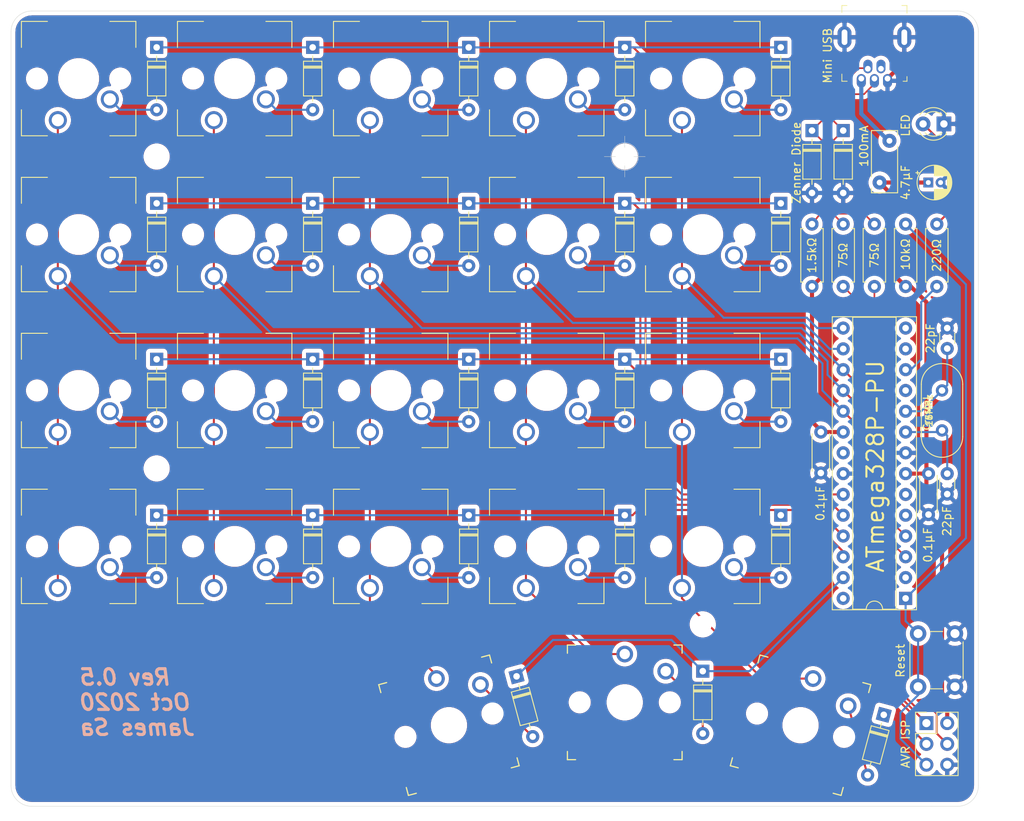
<source format=kicad_pcb>
(kicad_pcb (version 20171130) (host pcbnew "(5.1.7-0-10_14)")
  (title_block (title "Green Circuit") (date 2020-10-13) (rev v0.5) (company "Altered Interface") (comment 1 "James Sa"))
  (layers (0 F.Cu signal) (31 B.Cu signal) (36 B.SilkS user hide) (37 F.SilkS user) (38 B.Mask user) (39 F.Mask user) (44 Edge.Cuts user))
  (net 0 "")
  (net 1 GND)
  (net 2 +5V)
  (net 3 "Net-(D1-Pad2)")
  (net 4 "Net-(D4-Pad2)")
  (net 5 Row0)
  (net 6 "Net-(D5-Pad2)")
  (net 7 Row1)
  (net 8 "Net-(D6-Pad2)")
  (net 9 "Net-(D7-Pad2)")
  (net 10 "Net-(D8-Pad2)")
  (net 11 "Net-(D9-Pad2)")
  (net 12 "Net-(D10-Pad2)")
  (net 13 "Net-(D11-Pad2)")
  (net 14 "Net-(D12-Pad2)")
  (net 15 "Net-(D13-Pad2)")
  (net 16 "Net-(D14-Pad2)")
  (net 17 Row2)
  (net 18 "Net-(D15-Pad2)")
  (net 19 "Net-(D16-Pad2)")
  (net 20 Row4)
  (net 21 "Net-(D17-Pad2)")
  (net 22 "Net-(D18-Pad2)")
  (net 23 "Net-(D19-Pad2)")
  (net 24 "Net-(D20-Pad2)")
  (net 25 "Net-(D21-Pad2)")
  (net 26 "Net-(D22-Pad2)")
  (net 27 "Net-(D23-Pad2)")
  (net 28 "Net-(D26-Pad2)")
  (net 29 Reset)
  (net 30 D+)
  (net 31 D-)
  (net 32 Col0)
  (net 33 Col1)
  (net 34 Col2)
  (net 35 Col3)
  (net 36 Col4)
  (net 37 "Net-(C1-Pad2)")
  (net 38 "Net-(C2-Pad2)")
  (net 39 "Net-(D2-Pad2)")
  (net 40 "Net-(D3-Pad2)")
  (net 41 "Net-(F1-Pad2)")
  (net 42 /DP)
  (net 43 /DN)
  (net 44 Row3)
  (net 45 "Net-(R6-Pad1)")
  (module JSA:AVRISP (layer F.Cu) (at 188.805 145.24)
    (fp_text reference J2 hide)
    (fp_text value "AVR ISP" (at -2.54 2.54 90) (layer F.SilkS))
    (pad 1 thru_hole rect (at 0 0) (size 1.7 1.7) (drill 1) (layers *.Cu *.Mask) (net 33 Col1))
    (pad 2 thru_hole oval (at 2.54 0) (size 1.7 1.7) (drill 1) (layers *.Cu *.Mask) (net 2 +5V))
    (pad 3 thru_hole oval (at 0 2.54) (size 1.7 1.7) (drill 1) (layers *.Cu *.Mask) (net 32 Col0))
    (pad 4 thru_hole oval (at 2.54 2.54) (size 1.7 1.7) (drill 1) (layers *.Cu *.Mask) (net 34 Col2))
    (pad 5 thru_hole oval (at 0 5.08) (size 1.7 1.7) (drill 1) (layers *.Cu *.Mask) (net 29 Reset))
    (pad 6 thru_hole oval (at 2.54 5.08) (size 1.7 1.7) (drill 1) (layers *.Cu *.Mask) (net 1 GND))
  )
  (module digikey-footprints:USB_Mini_B_Female_548190519 (layer F.Cu) (at 182.455 66.5 270)
    (fp_text reference "Mini USB" (at -2.794 5.715 270) (layer F.SilkS))
    (fp_text value USB_B_Mini)
    (pad 6 thru_hole oval (at -5.05 3.65 270) (size 2.7 1.7) (drill oval 1.9 0.7) (layers *.Cu *.Mask) (net 1 GND))
    (pad 6 thru_hole oval (at -5.05 -3.65 270) (size 2.7 1.7) (drill oval 1.9 0.7) (layers *.Cu *.Mask) (net 1 GND))
    (pad 2 thru_hole oval (at -1.2 0.8 270) (size 1.65 1.1) (drill 0.7 (offset -0.275 0)) (layers *.Cu *.Mask) (net 43 /DN))
    (pad 4 thru_hole oval (at -1.2 -0.8 270) (size 1.65 1.1) (drill 0.7 (offset -0.275 0)) (layers *.Cu *.Mask))
    (pad 1 thru_hole oval (at 0 1.6 270) (size 1.65 1.1) (drill 0.7 (offset 0.275 0)) (layers *.Cu *.Mask) (net 41 "Net-(F1-Pad2)"))
    (pad 5 thru_hole oval (at 0 -1.6 270) (size 1.65 1.1) (drill 0.7 (offset 0.275 0)) (layers *.Cu *.Mask) (net 1 GND))
    (pad 3 thru_hole oval (at 0 0 270) (size 1.65 1.1) (drill 0.7 (offset 0.275 0)) (layers *.Cu *.Mask) (net 42 /DP))
  )
  (module Resistor_THT:R_Axial_DIN0207_L6.3mm_D2.5mm_P7.62mm_Horizontal (layer F.Cu) (at 186.265 91.9 90)
    (fp_text reference R5)
    (fp_text value 10kΩ (at 3.937 0 90) (layer F.SilkS))
    (pad 2 thru_hole oval (at 7.62 0 90) (size 1.6 1.6) (drill 0.8) (layers *.Cu *.Mask) (net 29 Reset))
    (pad 1 thru_hole circle (at 0 0 90) (size 1.6 1.6) (drill 0.8) (layers *.Cu *.Mask) (net 2 +5V))
  )
  (module Resistor_THT:R_Axial_DIN0207_L6.3mm_D2.5mm_P7.62mm_Horizontal (layer F.Cu) (at 174.835 91.9 90)
    (fp_text reference R3)
    (fp_text value 1.5kΩ (at 3.81 0 90) (layer F.SilkS))
    (pad 2 thru_hole oval (at 7.62 0 90) (size 1.6 1.6) (drill 0.8) (layers *.Cu *.Mask) (net 43 /DN))
    (pad 1 thru_hole circle (at 0 0 90) (size 1.6 1.6) (drill 0.8) (layers *.Cu *.Mask) (net 2 +5V))
  )
  (module Resistor_THT:R_Axial_DIN0207_L6.3mm_D2.5mm_P7.62mm_Horizontal (layer F.Cu) (at 182.455 91.9 90)
    (fp_text reference R1)
    (fp_text value 75Ω (at 3.81 0 90) (layer F.SilkS))
    (pad 2 thru_hole oval (at 7.62 0 90) (size 1.6 1.6) (drill 0.8) (layers *.Cu *.Mask) (net 42 /DP))
    (pad 1 thru_hole circle (at 0 0 90) (size 1.6 1.6) (drill 0.8) (layers *.Cu *.Mask) (net 30 D+))
  )
  (module Resistor_THT:R_Axial_DIN0207_L6.3mm_D2.5mm_P7.62mm_Horizontal (layer F.Cu) (at 190.075 91.9 90)
    (fp_text reference R6)
    (fp_text value 220Ω (at 3.81 0 90) (layer F.SilkS))
    (pad 2 thru_hole oval (at 7.62 0 90) (size 1.6 1.6) (drill 0.8) (layers *.Cu *.Mask) (net 28 "Net-(D26-Pad2)"))
    (pad 1 thru_hole circle (at 0 0 90) (size 1.6 1.6) (drill 0.8) (layers *.Cu *.Mask) (net 45 "Net-(R6-Pad1)"))
  )
  (module Resistor_THT:R_Axial_DIN0207_L6.3mm_D2.5mm_P7.62mm_Horizontal (layer F.Cu) (at 178.645 84.28 270)
    (fp_text reference R2)
    (fp_text value 75Ω (at 3.81 0 90) (layer F.SilkS))
    (pad 2 thru_hole oval (at 7.62 0 270) (size 1.6 1.6) (drill 0.8) (layers *.Cu *.Mask) (net 31 D-))
    (pad 1 thru_hole circle (at 0 0 270) (size 1.6 1.6) (drill 0.8) (layers *.Cu *.Mask) (net 43 /DN))
  )
  (module JSA:SW_PG1350 (layer F.Cu) (at 151.975 142.7 180)
    (fp_text reference SW22 hide)
    (fp_text value PG1350)
    (pad "" np_thru_hole circle (at 0 0 180) (size 3.429 3.429) (drill 3.429) (layers *.Cu *.Mask))
    (pad 2 thru_hole circle (at -5 3.8 180) (size 2.032 2.032) (drill 1.27) (layers *.Cu *.Mask) (net 26 "Net-(D22-Pad2)"))
    (pad 1 thru_hole circle (at 0 5.9 180) (size 2.032 2.032) (drill 1.27) (layers *.Cu *.Mask) (net 35 Col3))
    (pad "" np_thru_hole circle (at 5.5 0 180) (size 1.7018 1.7018) (drill 1.7018) (layers *.Cu *.Mask))
    (pad "" np_thru_hole circle (at -5.5 0 180) (size 1.7018 1.7018) (drill 1.7018) (layers *.Cu *.Mask))
  )
  (module JSA:SW_PG1350 (layer F.Cu) (at 173.438 145.494 165)
    (fp_text reference SW23 hide)
    (fp_text value PG1350)
    (pad "" np_thru_hole circle (at 0 0 165) (size 3.429 3.429) (drill 3.429) (layers *.Cu *.Mask))
    (pad 2 thru_hole circle (at -5 3.8 165) (size 2.032 2.032) (drill 1.27) (layers *.Cu *.Mask) (net 27 "Net-(D23-Pad2)"))
    (pad 1 thru_hole circle (at 0 5.9 165) (size 2.032 2.032) (drill 1.27) (layers *.Cu *.Mask) (net 36 Col4))
    (pad "" np_thru_hole circle (at 5.5 0 165) (size 1.7018 1.7018) (drill 1.7018) (layers *.Cu *.Mask))
    (pad "" np_thru_hole circle (at -5.5 0 165) (size 1.7018 1.7018) (drill 1.7018) (layers *.Cu *.Mask))
  )
  (module JSA:SW_PG1350 (layer F.Cu) (at 130.512 145.494 195)
    (fp_text reference SW21 hide)
    (fp_text value PG1350)
    (pad "" np_thru_hole circle (at 0 0 195) (size 3.429 3.429) (drill 3.429) (layers *.Cu *.Mask))
    (pad 2 thru_hole circle (at -5 3.8 195) (size 2.032 2.032) (drill 1.27) (layers *.Cu *.Mask) (net 25 "Net-(D21-Pad2)"))
    (pad 1 thru_hole circle (at 0 5.9 195) (size 2.032 2.032) (drill 1.27) (layers *.Cu *.Mask) (net 34 Col2))
    (pad "" np_thru_hole circle (at 5.5 0 195) (size 1.7018 1.7018) (drill 1.7018) (layers *.Cu *.Mask))
    (pad "" np_thru_hole circle (at -5.5 0 195) (size 1.7018 1.7018) (drill 1.7018) (layers *.Cu *.Mask))
  )
  (module MountingHole:MountingHole_2.2mm_M2 (layer F.Cu) (at 161.5 133.175)
    (fp_text reference H4 hide)
    (fp_text value MountingHole)
    (pad 1 np_thru_hole circle (at 0 0) (size 2.2 2.2) (drill 2.2) (layers *.Cu *.Mask))
  )
  (module MountingHole:MountingHole_2.2mm_M2 (layer F.Cu) (at 94.825 114.125)
    (fp_text reference H3 hide)
    (fp_text value MountingHole)
    (pad 1 np_thru_hole circle (at 0 0) (size 2.2 2.2) (drill 2.2) (layers *.Cu *.Mask))
  )
  (module MountingHole:MountingHole_2.2mm_M2 (layer F.Cu) (at 151.975 76.025)
    (fp_text reference H2 hide)
    (fp_text value MountingHole)
    (pad 1 np_thru_hole circle (at 0 0) (size 2.2 2.2) (drill 2.2) (layers *.Cu *.Mask))
  )
  (module MountingHole:MountingHole_2.2mm_M2 (layer F.Cu) (at 94.825 76.025)
    (fp_text reference H1 hide)
    (fp_text value MountingHole)
    (pad 1 np_thru_hole circle (at 0 0) (size 2.2 2.2) (drill 2.2) (layers *.Cu *.Mask))
  )
  (module JSA:SW_Cherry_MX_1.00u_PCB (layer F.Cu) (at 158.96 128.73 180)
    (fp_text reference SW20 hide)
    (fp_text value SW_Push)
    (pad "" np_thru_hole circle (at 2.54 5.08 180) (size 1.7 1.7) (drill 1.7) (layers *.Cu *.Mask))
    (pad "" np_thru_hole circle (at -7.62 5.08 180) (size 1.7 1.7) (drill 1.7) (layers *.Cu *.Mask))
    (pad "" np_thru_hole circle (at -2.54 5.08 180) (size 4 4) (drill 4) (layers *.Cu *.Mask))
    (pad 2 thru_hole circle (at -6.35 2.54 180) (size 2.2 2.2) (drill 1.5) (layers *.Cu *.Mask) (net 24 "Net-(D20-Pad2)"))
    (pad 1 thru_hole circle (at 0 0 180) (size 2.2 2.2) (drill 1.5) (layers *.Cu *.Mask) (net 36 Col4))
  )
  (module JSA:SW_Cherry_MX_1.00u_PCB (layer F.Cu) (at 139.91 128.73 180)
    (fp_text reference SW19 hide)
    (fp_text value SW_Push)
    (pad "" np_thru_hole circle (at 2.54 5.08 180) (size 1.7 1.7) (drill 1.7) (layers *.Cu *.Mask))
    (pad "" np_thru_hole circle (at -7.62 5.08 180) (size 1.7 1.7) (drill 1.7) (layers *.Cu *.Mask))
    (pad "" np_thru_hole circle (at -2.54 5.08 180) (size 4 4) (drill 4) (layers *.Cu *.Mask))
    (pad 2 thru_hole circle (at -6.35 2.54 180) (size 2.2 2.2) (drill 1.5) (layers *.Cu *.Mask) (net 23 "Net-(D19-Pad2)"))
    (pad 1 thru_hole circle (at 0 0 180) (size 2.2 2.2) (drill 1.5) (layers *.Cu *.Mask) (net 35 Col3))
  )
  (module JSA:SW_Cherry_MX_1.00u_PCB (layer F.Cu) (at 120.86 128.73 180)
    (fp_text reference SW18 hide)
    (fp_text value SW_Push)
    (pad "" np_thru_hole circle (at 2.54 5.08 180) (size 1.7 1.7) (drill 1.7) (layers *.Cu *.Mask))
    (pad "" np_thru_hole circle (at -7.62 5.08 180) (size 1.7 1.7) (drill 1.7) (layers *.Cu *.Mask))
    (pad "" np_thru_hole circle (at -2.54 5.08 180) (size 4 4) (drill 4) (layers *.Cu *.Mask))
    (pad 2 thru_hole circle (at -6.35 2.54 180) (size 2.2 2.2) (drill 1.5) (layers *.Cu *.Mask) (net 22 "Net-(D18-Pad2)"))
    (pad 1 thru_hole circle (at 0 0 180) (size 2.2 2.2) (drill 1.5) (layers *.Cu *.Mask) (net 34 Col2))
  )
  (module JSA:SW_Cherry_MX_1.00u_PCB (layer F.Cu) (at 101.81 128.73 180)
    (fp_text reference SW17 hide)
    (fp_text value SW_Push)
    (pad "" np_thru_hole circle (at 2.54 5.08 180) (size 1.7 1.7) (drill 1.7) (layers *.Cu *.Mask))
    (pad "" np_thru_hole circle (at -7.62 5.08 180) (size 1.7 1.7) (drill 1.7) (layers *.Cu *.Mask))
    (pad "" np_thru_hole circle (at -2.54 5.08 180) (size 4 4) (drill 4) (layers *.Cu *.Mask))
    (pad 2 thru_hole circle (at -6.35 2.54 180) (size 2.2 2.2) (drill 1.5) (layers *.Cu *.Mask) (net 21 "Net-(D17-Pad2)"))
    (pad 1 thru_hole circle (at 0 0 180) (size 2.2 2.2) (drill 1.5) (layers *.Cu *.Mask) (net 33 Col1))
  )
  (module JSA:SW_Cherry_MX_1.00u_PCB (layer F.Cu) (at 82.76 128.73 180)
    (fp_text reference SW16 hide)
    (fp_text value SW_Push)
    (pad "" np_thru_hole circle (at 2.54 5.08 180) (size 1.7 1.7) (drill 1.7) (layers *.Cu *.Mask))
    (pad "" np_thru_hole circle (at -7.62 5.08 180) (size 1.7 1.7) (drill 1.7) (layers *.Cu *.Mask))
    (pad "" np_thru_hole circle (at -2.54 5.08 180) (size 4 4) (drill 4) (layers *.Cu *.Mask))
    (pad 2 thru_hole circle (at -6.35 2.54 180) (size 2.2 2.2) (drill 1.5) (layers *.Cu *.Mask) (net 19 "Net-(D16-Pad2)"))
    (pad 1 thru_hole circle (at 0 0 180) (size 2.2 2.2) (drill 1.5) (layers *.Cu *.Mask) (net 32 Col0))
  )
  (module JSA:SW_Cherry_MX_1.00u_PCB (layer F.Cu) (at 158.96 109.68 180)
    (fp_text reference SW15 hide)
    (fp_text value SW_Push)
    (pad "" np_thru_hole circle (at 2.54 5.08 180) (size 1.7 1.7) (drill 1.7) (layers *.Cu *.Mask))
    (pad "" np_thru_hole circle (at -7.62 5.08 180) (size 1.7 1.7) (drill 1.7) (layers *.Cu *.Mask))
    (pad "" np_thru_hole circle (at -2.54 5.08 180) (size 4 4) (drill 4) (layers *.Cu *.Mask))
    (pad 2 thru_hole circle (at -6.35 2.54 180) (size 2.2 2.2) (drill 1.5) (layers *.Cu *.Mask) (net 18 "Net-(D15-Pad2)"))
    (pad 1 thru_hole circle (at 0 0 180) (size 2.2 2.2) (drill 1.5) (layers *.Cu *.Mask) (net 36 Col4))
  )
  (module JSA:SW_Cherry_MX_1.00u_PCB (layer F.Cu) (at 139.91 109.68 180)
    (fp_text reference SW14 hide)
    (fp_text value SW_Push)
    (pad "" np_thru_hole circle (at 2.54 5.08 180) (size 1.7 1.7) (drill 1.7) (layers *.Cu *.Mask))
    (pad "" np_thru_hole circle (at -7.62 5.08 180) (size 1.7 1.7) (drill 1.7) (layers *.Cu *.Mask))
    (pad "" np_thru_hole circle (at -2.54 5.08 180) (size 4 4) (drill 4) (layers *.Cu *.Mask))
    (pad 2 thru_hole circle (at -6.35 2.54 180) (size 2.2 2.2) (drill 1.5) (layers *.Cu *.Mask) (net 16 "Net-(D14-Pad2)"))
    (pad 1 thru_hole circle (at 0 0 180) (size 2.2 2.2) (drill 1.5) (layers *.Cu *.Mask) (net 35 Col3))
  )
  (module JSA:SW_Cherry_MX_1.00u_PCB (layer F.Cu) (at 120.86 109.68 180)
    (fp_text reference SW13 hide)
    (fp_text value SW_Push)
    (pad "" np_thru_hole circle (at 2.54 5.08 180) (size 1.7 1.7) (drill 1.7) (layers *.Cu *.Mask))
    (pad "" np_thru_hole circle (at -7.62 5.08 180) (size 1.7 1.7) (drill 1.7) (layers *.Cu *.Mask))
    (pad "" np_thru_hole circle (at -2.54 5.08 180) (size 4 4) (drill 4) (layers *.Cu *.Mask))
    (pad 2 thru_hole circle (at -6.35 2.54 180) (size 2.2 2.2) (drill 1.5) (layers *.Cu *.Mask) (net 15 "Net-(D13-Pad2)"))
    (pad 1 thru_hole circle (at 0 0 180) (size 2.2 2.2) (drill 1.5) (layers *.Cu *.Mask) (net 34 Col2))
  )
  (module JSA:SW_Cherry_MX_1.00u_PCB (layer F.Cu) (at 101.81 109.68 180)
    (fp_text reference SW12 hide)
    (fp_text value SW_Push)
    (pad "" np_thru_hole circle (at 2.54 5.08 180) (size 1.7 1.7) (drill 1.7) (layers *.Cu *.Mask))
    (pad "" np_thru_hole circle (at -7.62 5.08 180) (size 1.7 1.7) (drill 1.7) (layers *.Cu *.Mask))
    (pad "" np_thru_hole circle (at -2.54 5.08 180) (size 4 4) (drill 4) (layers *.Cu *.Mask))
    (pad 2 thru_hole circle (at -6.35 2.54 180) (size 2.2 2.2) (drill 1.5) (layers *.Cu *.Mask) (net 14 "Net-(D12-Pad2)"))
    (pad 1 thru_hole circle (at 0 0 180) (size 2.2 2.2) (drill 1.5) (layers *.Cu *.Mask) (net 33 Col1))
  )
  (module JSA:SW_Cherry_MX_1.00u_PCB (layer F.Cu) (at 82.76 109.68 180)
    (fp_text reference SW11 hide)
    (fp_text value SW_Push)
    (pad "" np_thru_hole circle (at 2.54 5.08 180) (size 1.7 1.7) (drill 1.7) (layers *.Cu *.Mask))
    (pad "" np_thru_hole circle (at -7.62 5.08 180) (size 1.7 1.7) (drill 1.7) (layers *.Cu *.Mask))
    (pad "" np_thru_hole circle (at -2.54 5.08 180) (size 4 4) (drill 4) (layers *.Cu *.Mask))
    (pad 2 thru_hole circle (at -6.35 2.54 180) (size 2.2 2.2) (drill 1.5) (layers *.Cu *.Mask) (net 13 "Net-(D11-Pad2)"))
    (pad 1 thru_hole circle (at 0 0 180) (size 2.2 2.2) (drill 1.5) (layers *.Cu *.Mask) (net 32 Col0))
  )
  (module JSA:SW_Cherry_MX_1.00u_PCB (layer F.Cu) (at 158.96 90.63 180)
    (fp_text reference SW10 hide)
    (fp_text value SW_Push)
    (pad "" np_thru_hole circle (at 2.54 5.08 180) (size 1.7 1.7) (drill 1.7) (layers *.Cu *.Mask))
    (pad "" np_thru_hole circle (at -7.62 5.08 180) (size 1.7 1.7) (drill 1.7) (layers *.Cu *.Mask))
    (pad "" np_thru_hole circle (at -2.54 5.08 180) (size 4 4) (drill 4) (layers *.Cu *.Mask))
    (pad 2 thru_hole circle (at -6.35 2.54 180) (size 2.2 2.2) (drill 1.5) (layers *.Cu *.Mask) (net 12 "Net-(D10-Pad2)"))
    (pad 1 thru_hole circle (at 0 0 180) (size 2.2 2.2) (drill 1.5) (layers *.Cu *.Mask) (net 36 Col4))
  )
  (module JSA:SW_Cherry_MX_1.00u_PCB (layer F.Cu) (at 139.91 90.63 180)
    (fp_text reference SW9 hide)
    (fp_text value SW_Push)
    (pad "" np_thru_hole circle (at 2.54 5.08 180) (size 1.7 1.7) (drill 1.7) (layers *.Cu *.Mask))
    (pad "" np_thru_hole circle (at -7.62 5.08 180) (size 1.7 1.7) (drill 1.7) (layers *.Cu *.Mask))
    (pad "" np_thru_hole circle (at -2.54 5.08 180) (size 4 4) (drill 4) (layers *.Cu *.Mask))
    (pad 2 thru_hole circle (at -6.35 2.54 180) (size 2.2 2.2) (drill 1.5) (layers *.Cu *.Mask) (net 11 "Net-(D9-Pad2)"))
    (pad 1 thru_hole circle (at 0 0 180) (size 2.2 2.2) (drill 1.5) (layers *.Cu *.Mask) (net 35 Col3))
  )
  (module JSA:SW_Cherry_MX_1.00u_PCB (layer F.Cu) (at 120.86 90.63 180)
    (fp_text reference SW8 hide)
    (fp_text value SW_Push)
    (pad "" np_thru_hole circle (at 2.54 5.08 180) (size 1.7 1.7) (drill 1.7) (layers *.Cu *.Mask))
    (pad "" np_thru_hole circle (at -7.62 5.08 180) (size 1.7 1.7) (drill 1.7) (layers *.Cu *.Mask))
    (pad "" np_thru_hole circle (at -2.54 5.08 180) (size 4 4) (drill 4) (layers *.Cu *.Mask))
    (pad 2 thru_hole circle (at -6.35 2.54 180) (size 2.2 2.2) (drill 1.5) (layers *.Cu *.Mask) (net 10 "Net-(D8-Pad2)"))
    (pad 1 thru_hole circle (at 0 0 180) (size 2.2 2.2) (drill 1.5) (layers *.Cu *.Mask) (net 34 Col2))
  )
  (module JSA:SW_Cherry_MX_1.00u_PCB (layer F.Cu) (at 101.81 90.63 180)
    (fp_text reference SW7 hide)
    (fp_text value SW_Push)
    (pad "" np_thru_hole circle (at 2.54 5.08 180) (size 1.7 1.7) (drill 1.7) (layers *.Cu *.Mask))
    (pad "" np_thru_hole circle (at -7.62 5.08 180) (size 1.7 1.7) (drill 1.7) (layers *.Cu *.Mask))
    (pad "" np_thru_hole circle (at -2.54 5.08 180) (size 4 4) (drill 4) (layers *.Cu *.Mask))
    (pad 2 thru_hole circle (at -6.35 2.54 180) (size 2.2 2.2) (drill 1.5) (layers *.Cu *.Mask) (net 9 "Net-(D7-Pad2)"))
    (pad 1 thru_hole circle (at 0 0 180) (size 2.2 2.2) (drill 1.5) (layers *.Cu *.Mask) (net 33 Col1))
  )
  (module JSA:SW_Cherry_MX_1.00u_PCB (layer F.Cu) (at 82.76 90.63 180)
    (fp_text reference SW6 hide)
    (fp_text value SW_Push)
    (pad "" np_thru_hole circle (at 2.54 5.08 180) (size 1.7 1.7) (drill 1.7) (layers *.Cu *.Mask))
    (pad "" np_thru_hole circle (at -7.62 5.08 180) (size 1.7 1.7) (drill 1.7) (layers *.Cu *.Mask))
    (pad "" np_thru_hole circle (at -2.54 5.08 180) (size 4 4) (drill 4) (layers *.Cu *.Mask))
    (pad 2 thru_hole circle (at -6.35 2.54 180) (size 2.2 2.2) (drill 1.5) (layers *.Cu *.Mask) (net 8 "Net-(D6-Pad2)"))
    (pad 1 thru_hole circle (at 0 0 180) (size 2.2 2.2) (drill 1.5) (layers *.Cu *.Mask) (net 32 Col0))
  )
  (module JSA:SW_Cherry_MX_1.00u_PCB (layer F.Cu) (at 158.96 71.58 180)
    (fp_text reference SW5 hide)
    (fp_text value SW_Push)
    (pad "" np_thru_hole circle (at 2.54 5.08 180) (size 1.7 1.7) (drill 1.7) (layers *.Cu *.Mask))
    (pad "" np_thru_hole circle (at -7.62 5.08 180) (size 1.7 1.7) (drill 1.7) (layers *.Cu *.Mask))
    (pad "" np_thru_hole circle (at -2.54 5.08 180) (size 4 4) (drill 4) (layers *.Cu *.Mask))
    (pad 2 thru_hole circle (at -6.35 2.54 180) (size 2.2 2.2) (drill 1.5) (layers *.Cu *.Mask) (net 6 "Net-(D5-Pad2)"))
    (pad 1 thru_hole circle (at 0 0 180) (size 2.2 2.2) (drill 1.5) (layers *.Cu *.Mask) (net 36 Col4))
  )
  (module JSA:SW_Cherry_MX_1.00u_PCB (layer F.Cu) (at 139.91 71.58 180)
    (fp_text reference SW4 hide)
    (fp_text value SW_Push)
    (pad "" np_thru_hole circle (at 2.54 5.08 180) (size 1.7 1.7) (drill 1.7) (layers *.Cu *.Mask))
    (pad "" np_thru_hole circle (at -7.62 5.08 180) (size 1.7 1.7) (drill 1.7) (layers *.Cu *.Mask))
    (pad "" np_thru_hole circle (at -2.54 5.08 180) (size 4 4) (drill 4) (layers *.Cu *.Mask))
    (pad 2 thru_hole circle (at -6.35 2.54 180) (size 2.2 2.2) (drill 1.5) (layers *.Cu *.Mask) (net 4 "Net-(D4-Pad2)"))
    (pad 1 thru_hole circle (at 0 0 180) (size 2.2 2.2) (drill 1.5) (layers *.Cu *.Mask) (net 35 Col3))
  )
  (module JSA:SW_Cherry_MX_1.00u_PCB (layer F.Cu) (at 120.86 71.58 180)
    (fp_text reference SW3 hide)
    (fp_text value SW_Push)
    (pad "" np_thru_hole circle (at 2.54 5.08 180) (size 1.7 1.7) (drill 1.7) (layers *.Cu *.Mask))
    (pad "" np_thru_hole circle (at -7.62 5.08 180) (size 1.7 1.7) (drill 1.7) (layers *.Cu *.Mask))
    (pad "" np_thru_hole circle (at -2.54 5.08 180) (size 4 4) (drill 4) (layers *.Cu *.Mask))
    (pad 2 thru_hole circle (at -6.35 2.54 180) (size 2.2 2.2) (drill 1.5) (layers *.Cu *.Mask) (net 40 "Net-(D3-Pad2)"))
    (pad 1 thru_hole circle (at 0 0 180) (size 2.2 2.2) (drill 1.5) (layers *.Cu *.Mask) (net 34 Col2))
  )
  (module JSA:SW_Cherry_MX_1.00u_PCB (layer F.Cu) (at 101.81 71.58 180)
    (fp_text reference SW2 hide)
    (fp_text value SW_Push)
    (pad "" np_thru_hole circle (at 2.54 5.08 180) (size 1.7 1.7) (drill 1.7) (layers *.Cu *.Mask))
    (pad "" np_thru_hole circle (at -7.62 5.08 180) (size 1.7 1.7) (drill 1.7) (layers *.Cu *.Mask))
    (pad "" np_thru_hole circle (at -2.54 5.08 180) (size 4 4) (drill 4) (layers *.Cu *.Mask))
    (pad 2 thru_hole circle (at -6.35 2.54 180) (size 2.2 2.2) (drill 1.5) (layers *.Cu *.Mask) (net 39 "Net-(D2-Pad2)"))
    (pad 1 thru_hole circle (at 0 0 180) (size 2.2 2.2) (drill 1.5) (layers *.Cu *.Mask) (net 33 Col1))
  )
  (module JSA:SW_Cherry_MX_1.00u_PCB (layer F.Cu) (at 82.76 71.58 180)
    (fp_text reference SW1 hide)
    (fp_text value SW_Push)
    (pad "" np_thru_hole circle (at 2.54 5.08 180) (size 1.7 1.7) (drill 1.7) (layers *.Cu *.Mask))
    (pad "" np_thru_hole circle (at -7.62 5.08 180) (size 1.7 1.7) (drill 1.7) (layers *.Cu *.Mask))
    (pad "" np_thru_hole circle (at -2.54 5.08 180) (size 4 4) (drill 4) (layers *.Cu *.Mask))
    (pad 2 thru_hole circle (at -6.35 2.54 180) (size 2.2 2.2) (drill 1.5) (layers *.Cu *.Mask) (net 3 "Net-(D1-Pad2)"))
    (pad 1 thru_hole circle (at 0 0 180) (size 2.2 2.2) (drill 1.5) (layers *.Cu *.Mask) (net 32 Col0))
  )
  (module JSA:Diode_THT (layer F.Cu) (at 183.598 144.224 255)
    (fp_text reference D23 hide)
    (fp_text value D)
    (pad 2 thru_hole oval (at 7.62 0 255) (size 1.6 1.6) (drill 0.8) (layers *.Cu *.Mask) (net 27 "Net-(D23-Pad2)"))
    (pad 1 thru_hole rect (at 0 0 255) (size 1.6 1.6) (drill 0.8) (layers *.Cu *.Mask) (net 20 Row4))
  )
  (module JSA:Diode_THT (layer F.Cu) (at 161.5 138.89 270)
    (fp_text reference D22 hide)
    (fp_text value D)
    (pad 2 thru_hole oval (at 7.62 0 270) (size 1.6 1.6) (drill 0.8) (layers *.Cu *.Mask) (net 26 "Net-(D22-Pad2)"))
    (pad 1 thru_hole rect (at 0 0 270) (size 1.6 1.6) (drill 0.8) (layers *.Cu *.Mask) (net 20 Row4))
  )
  (module JSA:Diode_THT (layer F.Cu) (at 138.767 139.525 285)
    (fp_text reference D21 hide)
    (fp_text value D)
    (pad 2 thru_hole oval (at 7.62 0 285) (size 1.6 1.6) (drill 0.8) (layers *.Cu *.Mask) (net 25 "Net-(D21-Pad2)"))
    (pad 1 thru_hole rect (at 0 0 285) (size 1.6 1.6) (drill 0.8) (layers *.Cu *.Mask) (net 20 Row4))
  )
  (module JSA:Diode_THT (layer F.Cu) (at 171.025 119.84 270)
    (fp_text reference D20 hide)
    (fp_text value D)
    (pad 2 thru_hole oval (at 7.62 0 270) (size 1.6 1.6) (drill 0.8) (layers *.Cu *.Mask) (net 24 "Net-(D20-Pad2)"))
    (pad 1 thru_hole rect (at 0 0 270) (size 1.6 1.6) (drill 0.8) (layers *.Cu *.Mask) (net 44 Row3))
  )
  (module JSA:Diode_THT (layer F.Cu) (at 151.975 119.84 270)
    (fp_text reference D19 hide)
    (fp_text value D)
    (pad 2 thru_hole oval (at 7.62 0 270) (size 1.6 1.6) (drill 0.8) (layers *.Cu *.Mask) (net 23 "Net-(D19-Pad2)"))
    (pad 1 thru_hole rect (at 0 0 270) (size 1.6 1.6) (drill 0.8) (layers *.Cu *.Mask) (net 44 Row3))
  )
  (module JSA:Diode_THT (layer F.Cu) (at 132.925 119.84 270)
    (fp_text reference D18 hide)
    (fp_text value D)
    (pad 2 thru_hole oval (at 7.62 0 270) (size 1.6 1.6) (drill 0.8) (layers *.Cu *.Mask) (net 22 "Net-(D18-Pad2)"))
    (pad 1 thru_hole rect (at 0 0 270) (size 1.6 1.6) (drill 0.8) (layers *.Cu *.Mask) (net 44 Row3))
  )
  (module JSA:Diode_THT (layer F.Cu) (at 113.875 119.84 270)
    (fp_text reference D17 hide)
    (fp_text value D)
    (pad 2 thru_hole oval (at 7.62 0 270) (size 1.6 1.6) (drill 0.8) (layers *.Cu *.Mask) (net 21 "Net-(D17-Pad2)"))
    (pad 1 thru_hole rect (at 0 0 270) (size 1.6 1.6) (drill 0.8) (layers *.Cu *.Mask) (net 44 Row3))
  )
  (module JSA:Diode_THT (layer F.Cu) (at 94.825 119.84 270)
    (fp_text reference D16 hide)
    (fp_text value D)
    (pad 2 thru_hole oval (at 7.62 0 270) (size 1.6 1.6) (drill 0.8) (layers *.Cu *.Mask) (net 19 "Net-(D16-Pad2)"))
    (pad 1 thru_hole rect (at 0 0 270) (size 1.6 1.6) (drill 0.8) (layers *.Cu *.Mask) (net 44 Row3))
  )
  (module JSA:Diode_THT (layer F.Cu) (at 171.025 100.79 270)
    (fp_text reference D15 hide)
    (fp_text value D)
    (pad 2 thru_hole oval (at 7.62 0 270) (size 1.6 1.6) (drill 0.8) (layers *.Cu *.Mask) (net 18 "Net-(D15-Pad2)"))
    (pad 1 thru_hole rect (at 0 0 270) (size 1.6 1.6) (drill 0.8) (layers *.Cu *.Mask) (net 17 Row2))
  )
  (module JSA:Diode_THT (layer F.Cu) (at 151.975 100.79 270)
    (fp_text reference D14 hide)
    (fp_text value D)
    (pad 2 thru_hole oval (at 7.62 0 270) (size 1.6 1.6) (drill 0.8) (layers *.Cu *.Mask) (net 16 "Net-(D14-Pad2)"))
    (pad 1 thru_hole rect (at 0 0 270) (size 1.6 1.6) (drill 0.8) (layers *.Cu *.Mask) (net 17 Row2))
  )
  (module JSA:Diode_THT (layer F.Cu) (at 132.925 100.79 270)
    (fp_text reference D13 hide)
    (fp_text value D)
    (pad 2 thru_hole oval (at 7.62 0 270) (size 1.6 1.6) (drill 0.8) (layers *.Cu *.Mask) (net 15 "Net-(D13-Pad2)"))
    (pad 1 thru_hole rect (at 0 0 270) (size 1.6 1.6) (drill 0.8) (layers *.Cu *.Mask) (net 17 Row2))
  )
  (module JSA:Diode_THT (layer F.Cu) (at 113.875 100.79 270)
    (fp_text reference D12 hide)
    (fp_text value D)
    (pad 2 thru_hole oval (at 7.62 0 270) (size 1.6 1.6) (drill 0.8) (layers *.Cu *.Mask) (net 14 "Net-(D12-Pad2)"))
    (pad 1 thru_hole rect (at 0 0 270) (size 1.6 1.6) (drill 0.8) (layers *.Cu *.Mask) (net 17 Row2))
  )
  (module JSA:Diode_THT (layer F.Cu) (at 94.825 100.79 270)
    (fp_text reference D11 hide)
    (fp_text value D)
    (pad 2 thru_hole oval (at 7.62 0 270) (size 1.6 1.6) (drill 0.8) (layers *.Cu *.Mask) (net 13 "Net-(D11-Pad2)"))
    (pad 1 thru_hole rect (at 0 0 270) (size 1.6 1.6) (drill 0.8) (layers *.Cu *.Mask) (net 17 Row2))
  )
  (module JSA:Diode_THT (layer F.Cu) (at 171.025 81.74 270)
    (fp_text reference D10 hide)
    (fp_text value D)
    (pad 2 thru_hole oval (at 7.62 0 270) (size 1.6 1.6) (drill 0.8) (layers *.Cu *.Mask) (net 12 "Net-(D10-Pad2)"))
    (pad 1 thru_hole rect (at 0 0 270) (size 1.6 1.6) (drill 0.8) (layers *.Cu *.Mask) (net 7 Row1))
  )
  (module JSA:Diode_THT (layer F.Cu) (at 151.975 81.74 270)
    (fp_text reference D9 hide)
    (fp_text value D)
    (pad 2 thru_hole oval (at 7.62 0 270) (size 1.6 1.6) (drill 0.8) (layers *.Cu *.Mask) (net 11 "Net-(D9-Pad2)"))
    (pad 1 thru_hole rect (at 0 0 270) (size 1.6 1.6) (drill 0.8) (layers *.Cu *.Mask) (net 7 Row1))
  )
  (module JSA:Diode_THT (layer F.Cu) (at 132.925 81.74 270)
    (fp_text reference D8 hide)
    (fp_text value D)
    (pad 2 thru_hole oval (at 7.62 0 270) (size 1.6 1.6) (drill 0.8) (layers *.Cu *.Mask) (net 10 "Net-(D8-Pad2)"))
    (pad 1 thru_hole rect (at 0 0 270) (size 1.6 1.6) (drill 0.8) (layers *.Cu *.Mask) (net 7 Row1))
  )
  (module JSA:Diode_THT (layer F.Cu) (at 113.875 81.74 270)
    (fp_text reference D7 hide)
    (fp_text value D)
    (pad 2 thru_hole oval (at 7.62 0 270) (size 1.6 1.6) (drill 0.8) (layers *.Cu *.Mask) (net 9 "Net-(D7-Pad2)"))
    (pad 1 thru_hole rect (at 0 0 270) (size 1.6 1.6) (drill 0.8) (layers *.Cu *.Mask) (net 7 Row1))
  )
  (module JSA:Diode_THT (layer F.Cu) (at 94.825 81.74 270)
    (fp_text reference D6 hide)
    (fp_text value D)
    (pad 2 thru_hole oval (at 7.62 0 270) (size 1.6 1.6) (drill 0.8) (layers *.Cu *.Mask) (net 8 "Net-(D6-Pad2)"))
    (pad 1 thru_hole rect (at 0 0 270) (size 1.6 1.6) (drill 0.8) (layers *.Cu *.Mask) (net 7 Row1))
  )
  (module JSA:Diode_THT (layer F.Cu) (at 171.025 62.69 270)
    (fp_text reference D5 hide)
    (fp_text value D)
    (pad 2 thru_hole oval (at 7.62 0 270) (size 1.6 1.6) (drill 0.8) (layers *.Cu *.Mask) (net 6 "Net-(D5-Pad2)"))
    (pad 1 thru_hole rect (at 0 0 270) (size 1.6 1.6) (drill 0.8) (layers *.Cu *.Mask) (net 5 Row0))
  )
  (module JSA:Diode_THT (layer F.Cu) (at 151.975 62.69 270)
    (fp_text reference D4 hide)
    (fp_text value D)
    (pad 2 thru_hole oval (at 7.62 0 270) (size 1.6 1.6) (drill 0.8) (layers *.Cu *.Mask) (net 4 "Net-(D4-Pad2)"))
    (pad 1 thru_hole rect (at 0 0 270) (size 1.6 1.6) (drill 0.8) (layers *.Cu *.Mask) (net 5 Row0))
  )
  (module JSA:Diode_THT (layer F.Cu) (at 132.925 62.69 270)
    (fp_text reference D3 hide)
    (fp_text value D)
    (pad 2 thru_hole oval (at 7.62 0 270) (size 1.6 1.6) (drill 0.8) (layers *.Cu *.Mask) (net 40 "Net-(D3-Pad2)"))
    (pad 1 thru_hole rect (at 0 0 270) (size 1.6 1.6) (drill 0.8) (layers *.Cu *.Mask) (net 5 Row0))
  )
  (module JSA:Diode_THT (layer F.Cu) (at 113.875 62.69 270)
    (fp_text reference D2 hide)
    (fp_text value D)
    (pad 2 thru_hole oval (at 7.62 0 270) (size 1.6 1.6) (drill 0.8) (layers *.Cu *.Mask) (net 39 "Net-(D2-Pad2)"))
    (pad 1 thru_hole rect (at 0 0 270) (size 1.6 1.6) (drill 0.8) (layers *.Cu *.Mask) (net 5 Row0))
  )
  (module JSA:Diode_THT (layer F.Cu) (at 94.825 62.69 270)
    (fp_text reference D1 hide)
    (fp_text value D)
    (pad 2 thru_hole oval (at 7.62 0 270) (size 1.6 1.6) (drill 0.8) (layers *.Cu *.Mask) (net 3 "Net-(D1-Pad2)"))
    (pad 1 thru_hole rect (at 0 0 270) (size 1.6 1.6) (drill 0.8) (layers *.Cu *.Mask) (net 5 Row0))
  )
  (module Package_DIP:DIP-28_W7.62mm_Socket (layer F.Cu) (at 186.265 130 180)
    (fp_text reference U1 hide)
    (fp_text value ATmega328P-PU (at 3.683 16.129 90) (layer F.SilkS) (effects (font (size 2.032 2.032) (thickness 0.254))))
    (pad 28 thru_hole oval (at 7.62 0 180) (size 1.6 1.6) (drill 0.8) (layers *.Cu *.Mask))
    (pad 14 thru_hole oval (at 0 33.02 180) (size 1.6 1.6) (drill 0.8) (layers *.Cu *.Mask))
    (pad 27 thru_hole oval (at 7.62 2.54 180) (size 1.6 1.6) (drill 0.8) (layers *.Cu *.Mask) (net 20 Row4))
    (pad 13 thru_hole oval (at 0 30.48 180) (size 1.6 1.6) (drill 0.8) (layers *.Cu *.Mask))
    (pad 26 thru_hole oval (at 7.62 5.08 180) (size 1.6 1.6) (drill 0.8) (layers *.Cu *.Mask) (net 44 Row3))
    (pad 12 thru_hole oval (at 0 27.94 180) (size 1.6 1.6) (drill 0.8) (layers *.Cu *.Mask) (net 45 "Net-(R6-Pad1)"))
    (pad 25 thru_hole oval (at 7.62 7.62 180) (size 1.6 1.6) (drill 0.8) (layers *.Cu *.Mask) (net 17 Row2))
    (pad 11 thru_hole oval (at 0 25.4 180) (size 1.6 1.6) (drill 0.8) (layers *.Cu *.Mask))
    (pad 24 thru_hole oval (at 7.62 10.16 180) (size 1.6 1.6) (drill 0.8) (layers *.Cu *.Mask) (net 7 Row1))
    (pad 10 thru_hole oval (at 0 22.86 180) (size 1.6 1.6) (drill 0.8) (layers *.Cu *.Mask) (net 37 "Net-(C1-Pad2)"))
    (pad 23 thru_hole oval (at 7.62 12.7 180) (size 1.6 1.6) (drill 0.8) (layers *.Cu *.Mask) (net 5 Row0))
    (pad 9 thru_hole oval (at 0 20.32 180) (size 1.6 1.6) (drill 0.8) (layers *.Cu *.Mask) (net 38 "Net-(C2-Pad2)"))
    (pad 22 thru_hole oval (at 7.62 15.24 180) (size 1.6 1.6) (drill 0.8) (layers *.Cu *.Mask) (net 1 GND))
    (pad 8 thru_hole oval (at 0 17.78 180) (size 1.6 1.6) (drill 0.8) (layers *.Cu *.Mask) (net 1 GND))
    (pad 21 thru_hole oval (at 7.62 17.78 180) (size 1.6 1.6) (drill 0.8) (layers *.Cu *.Mask))
    (pad 7 thru_hole oval (at 0 15.24 180) (size 1.6 1.6) (drill 0.8) (layers *.Cu *.Mask) (net 2 +5V))
    (pad 20 thru_hole oval (at 7.62 20.32 180) (size 1.6 1.6) (drill 0.8) (layers *.Cu *.Mask) (net 2 +5V))
    (pad 6 thru_hole oval (at 0 12.7 180) (size 1.6 1.6) (drill 0.8) (layers *.Cu *.Mask))
    (pad 19 thru_hole oval (at 7.62 22.86 180) (size 1.6 1.6) (drill 0.8) (layers *.Cu *.Mask) (net 32 Col0))
    (pad 5 thru_hole oval (at 0 10.16 180) (size 1.6 1.6) (drill 0.8) (layers *.Cu *.Mask))
    (pad 18 thru_hole oval (at 7.62 25.4 180) (size 1.6 1.6) (drill 0.8) (layers *.Cu *.Mask) (net 33 Col1))
    (pad 4 thru_hole oval (at 0 7.62 180) (size 1.6 1.6) (drill 0.8) (layers *.Cu *.Mask) (net 30 D+))
    (pad 17 thru_hole oval (at 7.62 27.94 180) (size 1.6 1.6) (drill 0.8) (layers *.Cu *.Mask) (net 34 Col2))
    (pad 3 thru_hole oval (at 0 5.08 180) (size 1.6 1.6) (drill 0.8) (layers *.Cu *.Mask) (net 31 D-))
    (pad 16 thru_hole oval (at 7.62 30.48 180) (size 1.6 1.6) (drill 0.8) (layers *.Cu *.Mask) (net 35 Col3))
    (pad 2 thru_hole oval (at 0 2.54 180) (size 1.6 1.6) (drill 0.8) (layers *.Cu *.Mask))
    (pad 15 thru_hole oval (at 7.62 33.02 180) (size 1.6 1.6) (drill 0.8) (layers *.Cu *.Mask) (net 36 Col4))
    (pad 1 thru_hole rect (at 0 0 180) (size 1.6 1.6) (drill 0.8) (layers *.Cu *.Mask) (net 29 Reset))
  )
  (module Fuse:Fuse_Bourns_MF-RHT050 (layer F.Cu) (at 183.09 79.2 90)
    (fp_text reference F1)
    (fp_text value 100mA (at 4.445 -1.905 90) (layer F.SilkS))
    (pad 2 thru_hole circle (at 5.1 1.2 90) (size 1.71 1.71) (drill 0.71) (layers *.Cu *.Mask) (net 41 "Net-(F1-Pad2)"))
    (pad 1 thru_hole circle (at 0 0 90) (size 1.71 1.71) (drill 0.71) (layers *.Cu *.Mask) (net 2 +5V))
  )
  (module LED_THT:LED_D3.0mm (layer F.Cu) (at 190.9386 72.0372 180)
    (fp_text reference D26 hide)
    (fp_text value LED (at 4.6736 -0.1778 90) (layer F.SilkS))
    (pad 2 thru_hole circle (at 2.54 0 180) (size 1.8 1.8) (drill 0.9) (layers *.Cu *.Mask) (net 28 "Net-(D26-Pad2)"))
    (pad 1 thru_hole rect (at 0 0 180) (size 1.8 1.8) (drill 0.9) (layers *.Cu *.Mask) (net 1 GND))
  )
  (module Crystal:Crystal_HC49-4H_Vertical (layer F.Cu) (at 190.71 109.48 90)
    (fp_text reference Y1 hide)
    (fp_text value 16MHz (at 2.4102 -1.5748 90) (layer F.SilkS) (effects (font (size 0.8 0.8))))
    (pad 2 thru_hole circle (at 4.88 0 90) (size 1.5 1.5) (drill 0.8) (layers *.Cu *.Mask) (net 37 "Net-(C1-Pad2)"))
    (pad 1 thru_hole circle (at 0 0 90) (size 1.5 1.5) (drill 0.8) (layers *.Cu *.Mask) (net 38 "Net-(C2-Pad2)"))
  )
  (module Button_Switch_THT:SW_PUSH_6mm (layer F.Cu) (at 187.789 140.795 90)
    (fp_text reference Reset1 hide)
    (fp_text value Reset (at 3.175 -2.159 90) (layer F.SilkS))
    (pad 1 thru_hole circle (at 6.5 0 180) (size 2 2) (drill 1.1) (layers *.Cu *.Mask) (net 29 Reset))
    (pad 2 thru_hole circle (at 6.5 4.5 180) (size 2 2) (drill 1.1) (layers *.Cu *.Mask) (net 1 GND))
    (pad 1 thru_hole circle (at 0 0 180) (size 2 2) (drill 1.1) (layers *.Cu *.Mask) (net 29 Reset))
    (pad 2 thru_hole circle (at 0 4.5 180) (size 2 2) (drill 1.1) (layers *.Cu *.Mask) (net 1 GND))
  )
  (module Diode_THT:D_DO-35_SOD27_P7.62mm_Horizontal (layer F.Cu) (at 174.835 72.85 270)
    (fp_text reference D25)
    (fp_text value 3.6V)
    (pad 2 thru_hole oval (at 7.62 0 270) (size 1.6 1.6) (drill 0.8) (layers *.Cu *.Mask) (net 1 GND))
    (pad 1 thru_hole rect (at 0 0 270) (size 1.6 1.6) (drill 0.8) (layers *.Cu *.Mask) (net 43 /DN))
  )
  (module Diode_THT:D_DO-35_SOD27_P7.62mm_Horizontal (layer F.Cu) (at 178.645 72.85 270)
    (fp_text reference D24)
    (fp_text value 3.6V)
    (pad 2 thru_hole oval (at 7.62 0 270) (size 1.6 1.6) (drill 0.8) (layers *.Cu *.Mask) (net 1 GND))
    (pad 1 thru_hole rect (at 0 0 270) (size 1.6 1.6) (drill 0.8) (layers *.Cu *.Mask) (net 42 /DP))
  )
  (module Capacitor_THT:C_Disc_D4.3mm_W1.9mm_P5.00mm (layer F.Cu) (at 175.9145 109.68 270)
    (fp_text reference C5 hide)
    (fp_text value 0.1μF (at 8.715 0.0675 90) (layer F.SilkS))
    (pad 2 thru_hole circle (at 5 0 270) (size 1.6 1.6) (drill 0.8) (layers *.Cu *.Mask) (net 1 GND))
    (pad 1 thru_hole circle (at 0 0 270) (size 1.6 1.6) (drill 0.8) (layers *.Cu *.Mask) (net 2 +5V))
  )
  (module Capacitor_THT:C_Disc_D4.3mm_W1.9mm_P5.00mm (layer F.Cu) (at 189.059 114.76 270)
    (fp_text reference C4 hide)
    (fp_text value 0.1μF (at 8.708 0.0675 90) (layer F.SilkS))
    (pad 2 thru_hole circle (at 5 0 270) (size 1.6 1.6) (drill 0.8) (layers *.Cu *.Mask) (net 1 GND))
    (pad 1 thru_hole circle (at 0 0 270) (size 1.6 1.6) (drill 0.8) (layers *.Cu *.Mask) (net 2 +5V))
  )
  (module Capacitor_THT:CP_Radial_D4.0mm_P1.50mm (layer F.Cu) (at 189.0336 79.2)
    (fp_text reference C3 hide)
    (fp_text value 4.7μF (at -2.7686 0 90) (layer F.SilkS))
    (pad 2 thru_hole circle (at 1.5 0) (size 1.2 1.2) (drill 0.6) (layers *.Cu *.Mask) (net 1 GND))
    (pad 1 thru_hole rect (at 0 0) (size 1.2 1.2) (drill 0.6) (layers *.Cu *.Mask) (net 2 +5V))
  )
  (module Capacitor_THT:C_Disc_D3.0mm_W1.6mm_P2.50mm (layer F.Cu) (at 191.345 117.26 90)
    (fp_text reference C2 hide)
    (fp_text value 22pF (at -3.294 -0.0254 90) (layer F.SilkS))
    (pad 2 thru_hole circle (at 2.5 0 90) (size 1.6 1.6) (drill 0.8) (layers *.Cu *.Mask) (net 38 "Net-(C2-Pad2)"))
    (pad 1 thru_hole circle (at 0 0 90) (size 1.6 1.6) (drill 0.8) (layers *.Cu *.Mask) (net 1 GND))
  )
  (module Capacitor_THT:C_Disc_D3.0mm_W1.6mm_P2.50mm (layer F.Cu) (at 191.345 96.98 270)
    (fp_text reference C1 hide)
    (fp_text value 22pF (at 1.25 2.05 90) (layer F.SilkS))
    (pad 2 thru_hole circle (at 2.5 0 270) (size 1.6 1.6) (drill 0.8) (layers *.Cu *.Mask) (net 37 "Net-(C1-Pad2)"))
    (pad 1 thru_hole circle (at 0 0 270) (size 1.6 1.6) (drill 0.8) (layers *.Cu *.Mask) (net 1 GND))
  )
  (gr_line (start 189.44 58.245) (end 192.615 58.245) (layer Edge.Cuts) (width 0.05))
  (gr_line (start 189.44 155.4) (end 192.615 155.4) (layer Edge.Cuts) (width 0.05))
  (gr_arc (start 89.745 142.065) (end 89.745 141.43) (angle -90) (layer F.Cu) (width 0.12))
  (gr_arc (start 89.745 145.875) (end 89.11 145.875) (angle -90) (layer F.Cu) (width 0.12))
  (gr_arc (start 108.795 145.875) (end 108.795 146.51) (angle -90) (layer F.Cu) (width 0.12))
  (gr_arc (start 108.795 142.065) (end 109.43 142.065) (angle -90) (layer F.Cu) (width 0.12))
  (gr_line (start 108.795 146.51) (end 89.745 146.51) (layer F.Cu) (width 0.12))
  (gr_line (start 108.795 141.43) (end 89.745 141.43) (layer F.Cu) (width 0.12))
  (gr_line (start 109.43 145.875) (end 109.43 142.065) (layer F.Cu) (width 0.12))
  (gr_line (start 89.11 142.065) (end 89.11 145.875) (layer F.Cu) (width 0.12))
  (gr_text Crystal (at 188.8558 107.394 90) (layer F.SilkS) (effects (font (size 0.8 0.8))))
  (gr_text GreenCircuit (at 99.016 143.97) (layer F.Cu) (effects (font (size 2.032 2.032) (thickness 0.381))))
  (gr_text "Rev 0.5\nOct 2020\nJames Sa" (at 85.3 142.7) (layer B.SilkS) (effects (font (size 1.905 1.905) (thickness 0.381) italic) (justify right mirror)))
  (gr_text "Zenner Diode" (at 172.93 76.787 90) (layer F.SilkS) (effects (font (size 1 1))))
  (target plus (at 151.975 76.025) (size 5) (width 0.05) (layer Edge.Cuts))
  (gr_arc (start 192.615 60.785) (end 195.155 60.785) (angle -90) (layer Edge.Cuts) (width 0.05))
  (gr_arc (start 79.585 60.785) (end 79.585 58.245) (angle -90) (layer Edge.Cuts) (width 0.05))
  (gr_arc (start 79.585 152.86) (end 77.045 152.86) (angle -90) (layer Edge.Cuts) (width 0.05))
  (gr_arc (start 192.615 152.86) (end 192.615 155.4) (angle -90) (layer Edge.Cuts) (width 0.05))
  (gr_line (start 189.44 155.4) (end 79.585 155.4) (layer Edge.Cuts) (width 0.05))
  (gr_line (start 77.045 60.785) (end 77.045 152.86) (layer Edge.Cuts) (width 0.05))
  (gr_line (start 189.44 58.245) (end 79.585 58.245) (layer Edge.Cuts) (width 0.05))
  (gr_line (start 195.155 152.86) (end 195.155 60.785) (layer Edge.Cuts) (width 0.05))
  (segment (start 186.105 64.45) (end 186.105 61.45) (width 0.5) (layer F.Cu) (net 1))
  (segment (start 184.055 66.5) (end 186.105 64.45) (width 0.5) (layer F.Cu) (net 1))
  (segment (start 182.963 79.2) (end 188.9066 79.2) (width 0.5) (layer F.Cu) (net 2))
  (segment (start 184.36 89.995) (end 186.265 91.9) (width 0.5) (layer F.Cu) (net 2))
  (segment (start 184.36 80.47) (end 184.36 89.995) (width 0.5) (layer F.Cu) (net 2))
  (segment (start 176.867 89.868) (end 174.835 91.9) (width 0.5) (layer F.Cu) (net 2))
  (segment (start 186.265 91.9) (end 184.233 89.868) (width 0.5) (layer F.Cu) (net 2))
  (segment (start 184.233 89.868) (end 176.867 89.868) (width 0.5) (layer F.Cu) (net 2))
  (segment (start 174.835 108.41) (end 176.105 109.68) (width 0.5) (layer F.Cu) (net 2))
  (segment (start 174.835 91.9) (end 174.835 108.41) (width 0.5) (layer F.Cu) (net 2))
  (segment (start 176.105 109.68) (end 178.645 109.68) (width 0.5) (layer F.Cu) (net 2))
  (segment (start 184.36 80.47) (end 183.09 79.2) (width 0.5) (layer F.Cu) (net 2))
  (segment (start 188.805 115.014) (end 189.059 114.76) (width 0.5) (layer F.Cu) (net 2))
  (segment (start 190.71 119.157501) (end 188.805 117.252501) (width 0.5) (layer F.Cu) (net 2))
  (segment (start 190.71 141.569998) (end 190.71 119.157501) (width 0.5) (layer F.Cu) (net 2))
  (segment (start 191.345 142.204998) (end 190.71 141.569998) (width 0.5) (layer F.Cu) (net 2))
  (segment (start 188.805 117.252501) (end 188.805 115.014) (width 0.5) (layer F.Cu) (net 2))
  (segment (start 191.345 145.24) (end 191.345 142.204998) (width 0.5) (layer F.Cu) (net 2))
  (segment (start 188.805 114.76) (end 186.265 114.76) (width 0.5) (layer F.Cu) (net 2))
  (segment (start 188.805 93.805) (end 188.805 114.76) (width 0.5) (layer F.Cu) (net 2))
  (segment (start 186.9 91.9) (end 188.805 93.805) (width 0.5) (layer F.Cu) (net 2))
  (segment (start 186.265 91.9) (end 186.9 91.9) (width 0.5) (layer F.Cu) (net 2))
  (segment (start 90.38 70.31) (end 94.825 70.31) (width 0.25) (layer B.Cu) (net 3))
  (segment (start 89.11 69.04) (end 90.38 70.31) (width 0.25) (layer B.Cu) (net 3))
  (segment (start 147.53 70.31) (end 151.975 70.31) (width 0.25) (layer B.Cu) (net 4))
  (segment (start 146.26 69.04) (end 147.53 70.31) (width 0.25) (layer B.Cu) (net 4))
  (segment (start 94.825 62.69) (end 171.025 62.69) (width 0.25) (layer B.Cu) (net 5))
  (segment (start 153.025 62.69) (end 151.975 62.69) (width 0.25) (layer F.Cu) (net 5))
  (segment (start 154.515 112.85218) (end 154.515 64.18) (width 0.25) (layer F.Cu) (net 5))
  (segment (start 178.645 117.3) (end 158.96282 117.3) (width 0.25) (layer F.Cu) (net 5))
  (segment (start 154.515 64.18) (end 153.025 62.69) (width 0.25) (layer F.Cu) (net 5))
  (segment (start 158.96282 117.3) (end 154.515 112.85218) (width 0.25) (layer F.Cu) (net 5))
  (segment (start 166.58 70.31) (end 171.025 70.31) (width 0.25) (layer B.Cu) (net 6))
  (segment (start 165.31 69.04) (end 166.58 70.31) (width 0.25) (layer B.Cu) (net 6))
  (segment (start 94.825 81.74) (end 171.025 81.74) (width 0.25) (layer B.Cu) (net 7))
  (segment (start 153.88 113.171795) (end 153.88 82.595) (width 0.25) (layer F.Cu) (net 7))
  (segment (start 153.025 81.74) (end 151.975 81.74) (width 0.25) (layer F.Cu) (net 7))
  (segment (start 153.88 82.595) (end 153.025 81.74) (width 0.25) (layer F.Cu) (net 7))
  (segment (start 176.74 117.935) (end 158.643205 117.935) (width 0.25) (layer F.Cu) (net 7))
  (segment (start 158.643205 117.935) (end 153.88 113.171795) (width 0.25) (layer F.Cu) (net 7))
  (segment (start 178.645 119.84) (end 176.74 117.935) (width 0.25) (layer F.Cu) (net 7))
  (segment (start 90.38 89.36) (end 94.825 89.36) (width 0.25) (layer B.Cu) (net 8))
  (segment (start 89.11 88.09) (end 90.38 89.36) (width 0.25) (layer B.Cu) (net 8))
  (segment (start 109.43 89.36) (end 113.875 89.36) (width 0.25) (layer B.Cu) (net 9))
  (segment (start 108.16 88.09) (end 109.43 89.36) (width 0.25) (layer B.Cu) (net 9))
  (segment (start 128.48 89.36) (end 132.925 89.36) (width 0.25) (layer B.Cu) (net 10))
  (segment (start 127.21 88.09) (end 128.48 89.36) (width 0.25) (layer B.Cu) (net 10))
  (segment (start 147.53 89.36) (end 151.975 89.36) (width 0.25) (layer B.Cu) (net 11))
  (segment (start 146.26 88.09) (end 147.53 89.36) (width 0.25) (layer B.Cu) (net 11))
  (segment (start 166.58 89.36) (end 171.025 89.36) (width 0.25) (layer B.Cu) (net 12))
  (segment (start 165.31 88.09) (end 166.58 89.36) (width 0.25) (layer B.Cu) (net 12))
  (segment (start 90.38 108.41) (end 94.825 108.41) (width 0.25) (layer B.Cu) (net 13))
  (segment (start 89.11 107.14) (end 90.38 108.41) (width 0.25) (layer B.Cu) (net 13))
  (segment (start 109.43 108.41) (end 113.875 108.41) (width 0.25) (layer B.Cu) (net 14))
  (segment (start 108.16 107.14) (end 109.43 108.41) (width 0.25) (layer B.Cu) (net 14))
  (segment (start 128.48 108.41) (end 132.925 108.41) (width 0.25) (layer B.Cu) (net 15))
  (segment (start 127.21 107.14) (end 128.48 108.41) (width 0.25) (layer B.Cu) (net 15))
  (segment (start 147.53 108.41) (end 151.975 108.41) (width 0.25) (layer B.Cu) (net 16))
  (segment (start 146.26 107.14) (end 147.53 108.41) (width 0.25) (layer B.Cu) (net 16))
  (segment (start 94.825 100.79) (end 171.025 100.79) (width 0.25) (layer B.Cu) (net 17))
  (segment (start 153.245 102.06) (end 151.975 100.79) (width 0.25) (layer F.Cu) (net 17))
  (segment (start 153.245 113.49) (end 153.245 102.06) (width 0.25) (layer F.Cu) (net 17))
  (segment (start 158.325 118.57) (end 153.245 113.49) (width 0.25) (layer F.Cu) (net 17))
  (segment (start 174.835 118.57) (end 158.325 118.57) (width 0.25) (layer F.Cu) (net 17))
  (segment (start 178.645 122.38) (end 174.835 118.57) (width 0.25) (layer F.Cu) (net 17))
  (segment (start 166.58 108.41) (end 171.025 108.41) (width 0.25) (layer B.Cu) (net 18))
  (segment (start 165.31 107.14) (end 166.58 108.41) (width 0.25) (layer B.Cu) (net 18))
  (segment (start 90.38 127.46) (end 94.825 127.46) (width 0.25) (layer B.Cu) (net 19))
  (segment (start 89.11 126.19) (end 90.38 127.46) (width 0.25) (layer B.Cu) (net 19))
  (segment (start 157.69 135.08) (end 161.5 138.89) (width 0.25) (layer B.Cu) (net 20))
  (segment (start 143.212 135.08) (end 157.69 135.08) (width 0.25) (layer B.Cu) (net 20))
  (segment (start 138.767 139.525) (end 143.212 135.08) (width 0.25) (layer B.Cu) (net 20))
  (segment (start 167.215 138.89) (end 161.5 138.89) (width 0.25) (layer B.Cu) (net 20))
  (segment (start 178.645 127.46) (end 167.215 138.89) (width 0.25) (layer B.Cu) (net 20))
  (segment (start 109.43 127.46) (end 113.875 127.46) (width 0.25) (layer B.Cu) (net 21))
  (segment (start 108.16 126.19) (end 109.43 127.46) (width 0.25) (layer B.Cu) (net 21))
  (segment (start 128.48 127.46) (end 132.925 127.46) (width 0.25) (layer B.Cu) (net 22))
  (segment (start 127.21 126.19) (end 128.48 127.46) (width 0.25) (layer B.Cu) (net 22))
  (segment (start 147.53 127.46) (end 151.975 127.46) (width 0.25) (layer B.Cu) (net 23))
  (segment (start 146.26 126.19) (end 147.53 127.46) (width 0.25) (layer B.Cu) (net 23))
  (segment (start 166.58 127.46) (end 171.025 127.46) (width 0.25) (layer B.Cu) (net 24))
  (segment (start 165.31 126.19) (end 166.58 127.46) (width 0.25) (layer B.Cu) (net 24))
  (segment (start 140.714085 146.885355) (end 140.739201 146.885355) (width 0.25) (layer F.Cu) (net 25))
  (segment (start 134.358117 140.529387) (end 140.714085 146.885355) (width 0.25) (layer F.Cu) (net 25))
  (segment (start 161.5 143.425) (end 161.5 146.51) (width 0.25) (layer F.Cu) (net 26))
  (segment (start 156.975 138.9) (end 161.5 143.425) (width 0.25) (layer F.Cu) (net 26))
  (segment (start 179.251142 143.117577) (end 181.625799 151.584355) (width 0.25) (layer F.Cu) (net 27))
  (segment (start 191.458601 82.896399) (end 190.075 84.28) (width 0.25) (layer F.Cu) (net 28))
  (segment (start 188.3986 72.0372) (end 191.458601 75.097201) (width 0.25) (layer F.Cu) (net 28))
  (segment (start 191.458601 75.097201) (end 191.458601 82.896399) (width 0.25) (layer F.Cu) (net 28))
  (segment (start 186.265 132.771) (end 187.789 134.295) (width 0.25) (layer B.Cu) (net 29))
  (segment (start 186.265 130) (end 186.265 132.771) (width 0.25) (layer B.Cu) (net 29))
  (segment (start 187.789 134.295) (end 187.789 140.795) (width 0.25) (layer B.Cu) (net 29))
  (segment (start 185.63 147.145) (end 188.805 150.32) (width 0.25) (layer B.Cu) (net 29))
  (segment (start 185.63 143.97) (end 185.63 147.145) (width 0.25) (layer B.Cu) (net 29))
  (segment (start 187.789 141.811) (end 185.63 143.97) (width 0.25) (layer B.Cu) (net 29))
  (segment (start 187.789 140.795) (end 187.789 141.811) (width 0.25) (layer B.Cu) (net 29))
  (segment (start 193.631 91.646) (end 186.265 84.28) (width 0.25) (layer B.Cu) (net 29))
  (segment (start 193.631 122.634) (end 193.631 91.646) (width 0.25) (layer B.Cu) (net 29))
  (segment (start 186.265 130) (end 193.631 122.634) (width 0.25) (layer B.Cu) (net 29))
  (segment (start 184.125011 120.240011) (end 186.265 122.38) (width 0.2) (layer F.Cu) (net 30))
  (segment (start 184.125011 96.618011) (end 184.125011 120.240011) (width 0.2) (layer F.Cu) (net 30))
  (segment (start 182.455 94.948) (end 184.125011 96.618011) (width 0.2) (layer F.Cu) (net 30))
  (segment (start 182.455 91.9) (end 182.455 94.948) (width 0.2) (layer F.Cu) (net 30))
  (segment (start 183.725 122.38) (end 186.265 124.92) (width 0.2) (layer F.Cu) (net 31))
  (segment (start 178.645 91.9) (end 183.725 96.98) (width 0.2) (layer F.Cu) (net 31))
  (segment (start 183.725 96.98) (end 183.725 122.38) (width 0.2) (layer F.Cu) (net 31))
  (segment (start 180.55 109.045) (end 178.645 107.14) (width 0.25) (layer F.Cu) (net 32))
  (segment (start 180.55 137.62) (end 180.55 109.045) (width 0.25) (layer F.Cu) (net 32))
  (segment (start 186.9 145.875) (end 186.9 143.97) (width 0.25) (layer F.Cu) (net 32))
  (segment (start 186.9 143.97) (end 180.55 137.62) (width 0.25) (layer F.Cu) (net 32))
  (segment (start 188.805 147.78) (end 186.9 145.875) (width 0.25) (layer F.Cu) (net 32))
  (segment (start 82.76 71.58) (end 82.76 90.63) (width 0.25) (layer F.Cu) (net 32))
  (segment (start 82.76 90.63) (end 82.76 128.73) (width 0.25) (layer F.Cu) (net 32))
  (segment (start 176.105 101.298) (end 176.105 104.6) (width 0.25) (layer B.Cu) (net 32))
  (segment (start 90.38 98.25) (end 173.057 98.25) (width 0.25) (layer B.Cu) (net 32))
  (segment (start 176.105 104.6) (end 178.645 107.14) (width 0.25) (layer B.Cu) (net 32))
  (segment (start 173.057 98.25) (end 176.105 101.298) (width 0.25) (layer B.Cu) (net 32))
  (segment (start 82.76 90.63) (end 90.38 98.25) (width 0.25) (layer B.Cu) (net 32))
  (segment (start 181.185 107.14) (end 178.645 104.6) (width 0.25) (layer F.Cu) (net 33))
  (segment (start 181.185 137.61859) (end 181.185 107.14) (width 0.25) (layer F.Cu) (net 33))
  (segment (start 188.805 145.23859) (end 181.185 137.61859) (width 0.25) (layer F.Cu) (net 33))
  (segment (start 188.805 145.24) (end 188.805 145.23859) (width 0.25) (layer F.Cu) (net 33))
  (segment (start 101.81 71.58) (end 101.81 128.73) (width 0.25) (layer F.Cu) (net 33))
  (segment (start 176.74 102.695) (end 178.645 104.6) (width 0.25) (layer B.Cu) (net 33))
  (segment (start 176.74 101.044) (end 176.74 102.695) (width 0.25) (layer B.Cu) (net 33))
  (segment (start 173.311 97.615) (end 176.74 101.044) (width 0.25) (layer B.Cu) (net 33))
  (segment (start 108.795 97.615) (end 173.311 97.615) (width 0.25) (layer B.Cu) (net 33))
  (segment (start 101.81 90.63) (end 108.795 97.615) (width 0.25) (layer B.Cu) (net 33))
  (segment (start 181.82 105.235) (end 178.645 102.06) (width 0.25) (layer F.Cu) (net 34))
  (segment (start 181.82 137.617179) (end 181.82 105.235) (width 0.25) (layer F.Cu) (net 34))
  (segment (start 187.537821 143.335) (end 181.82 137.617179) (width 0.25) (layer F.Cu) (net 34))
  (segment (start 189.312501 143.335) (end 187.537821 143.335) (width 0.25) (layer F.Cu) (net 34))
  (segment (start 190.075 144.097499) (end 189.312501 143.335) (width 0.25) (layer F.Cu) (net 34))
  (segment (start 190.075 146.51) (end 190.075 144.097499) (width 0.25) (layer F.Cu) (net 34))
  (segment (start 191.345 147.78) (end 190.075 146.51) (width 0.25) (layer F.Cu) (net 34))
  (segment (start 128.984968 139.394968) (end 120.86 131.27) (width 0.25) (layer F.Cu) (net 34))
  (segment (start 120.86 131.27) (end 120.86 128.73) (width 0.25) (layer F.Cu) (net 34))
  (segment (start 128.984968 139.795038) (end 128.984968 139.394968) (width 0.25) (layer F.Cu) (net 34))
  (segment (start 120.86 71.58) (end 120.86 128.73) (width 0.25) (layer F.Cu) (net 34))
  (segment (start 178.01 101.425) (end 178.645 102.06) (width 0.25) (layer B.Cu) (net 34))
  (segment (start 173.565 96.98) (end 178.01 101.425) (width 0.25) (layer B.Cu) (net 34))
  (segment (start 127.21 96.98) (end 173.565 96.98) (width 0.25) (layer B.Cu) (net 34))
  (segment (start 120.86 90.63) (end 127.21 96.98) (width 0.25) (layer B.Cu) (net 34))
  (segment (start 178.645705 99.517883) (end 178.645705 99.519295) (width 0.25) (layer B.Cu) (net 35))
  (segment (start 139.91 71.58) (end 139.91 128.73) (width 0.25) (layer F.Cu) (net 35))
  (segment (start 147.98 136.8) (end 151.975 136.8) (width 0.25) (layer F.Cu) (net 35))
  (segment (start 139.91 128.73) (end 147.98 136.8) (width 0.25) (layer F.Cu) (net 35))
  (segment (start 173.819 96.345) (end 176.994 99.52) (width 0.25) (layer B.Cu) (net 35))
  (segment (start 145.625 96.345) (end 173.819 96.345) (width 0.25) (layer B.Cu) (net 35))
  (segment (start 176.994 99.52) (end 178.645 99.52) (width 0.25) (layer B.Cu) (net 35))
  (segment (start 139.91 90.63) (end 145.625 96.345) (width 0.25) (layer B.Cu) (net 35))
  (segment (start 158.96 71.58) (end 158.96 109.68) (width 0.25) (layer F.Cu) (net 36))
  (segment (start 158.96 109.68) (end 158.96 128.73) (width 0.25) (layer B.Cu) (net 36))
  (segment (start 168.755038 139.795038) (end 174.965032 139.795038) (width 0.25) (layer F.Cu) (net 36))
  (segment (start 158.96 130) (end 168.755038 139.795038) (width 0.25) (layer F.Cu) (net 36))
  (segment (start 158.96 128.73) (end 158.96 130) (width 0.25) (layer F.Cu) (net 36))
  (segment (start 174.2 95.71) (end 175.47 96.98) (width 0.25) (layer B.Cu) (net 36))
  (segment (start 175.47 96.98) (end 178.645 96.98) (width 0.25) (layer B.Cu) (net 36))
  (segment (start 164.04 95.71) (end 174.2 95.71) (width 0.25) (layer B.Cu) (net 36))
  (segment (start 158.96 90.63) (end 164.04 95.71) (width 0.25) (layer B.Cu) (net 36))
  (segment (start 188.17 107.14) (end 190.71 104.6) (width 0.25) (layer B.Cu) (net 37))
  (segment (start 186.265 107.14) (end 188.17 107.14) (width 0.25) (layer B.Cu) (net 37))
  (segment (start 191.345 103.965) (end 190.71 104.6) (width 0.25) (layer B.Cu) (net 37))
  (segment (start 191.345 99.48) (end 191.345 103.965) (width 0.25) (layer B.Cu) (net 37))
  (segment (start 191.345 110.115) (end 191.345 114.76) (width 0.25) (layer B.Cu) (net 38))
  (segment (start 190.71 109.48) (end 191.345 110.115) (width 0.25) (layer B.Cu) (net 38))
  (segment (start 190.51 109.68) (end 190.71 109.48) (width 0.25) (layer B.Cu) (net 38))
  (segment (start 186.265 109.68) (end 190.51 109.68) (width 0.25) (layer B.Cu) (net 38))
  (segment (start 109.43 70.31) (end 113.875 70.31) (width 0.25) (layer B.Cu) (net 39))
  (segment (start 108.16 69.04) (end 109.43 70.31) (width 0.25) (layer B.Cu) (net 39))
  (segment (start 128.48 70.31) (end 132.925 70.31) (width 0.25) (layer B.Cu) (net 40))
  (segment (start 127.21 69.04) (end 128.48 70.31) (width 0.25) (layer B.Cu) (net 40))
  (segment (start 180.855 70.792) (end 184.29 74.227) (width 0.5) (layer B.Cu) (net 41))
  (segment (start 180.855 66.627) (end 180.855 70.792) (width 0.5) (layer B.Cu) (net 41))
  (segment (start 181.185 83.01) (end 182.455 84.28) (width 0.2) (layer F.Cu) (net 42))
  (segment (start 178.01 83.01) (end 181.185 83.01) (width 0.2) (layer F.Cu) (net 42))
  (segment (start 176.965 81.965) (end 178.01 83.01) (width 0.2) (layer F.Cu) (net 42))
  (segment (start 176.965 74.53) (end 176.965 81.965) (width 0.2) (layer F.Cu) (net 42))
  (segment (start 178.645 72.85) (end 176.965 74.53) (width 0.2) (layer F.Cu) (net 42))
  (segment (start 176.965 70.626396) (end 176.965 71.17) (width 0.2) (layer F.Cu) (net 42))
  (segment (start 182.455 66.5) (end 182.455 67.135) (width 0.2) (layer F.Cu) (net 42))
  (segment (start 182.455 67.135) (end 181.185 68.405) (width 0.2) (layer F.Cu) (net 42))
  (segment (start 181.185 68.405) (end 179.186396 68.405) (width 0.2) (layer F.Cu) (net 42))
  (segment (start 179.186396 68.405) (end 176.965 70.626396) (width 0.2) (layer F.Cu) (net 42))
  (segment (start 176.965 71.17) (end 178.645 72.85) (width 0.2) (layer F.Cu) (net 42))
  (segment (start 176.515 74.53) (end 176.515 82.15) (width 0.2) (layer F.Cu) (net 43))
  (segment (start 174.835 72.85) (end 176.515 74.53) (width 0.2) (layer F.Cu) (net 43))
  (segment (start 176.515 82.15) (end 178.645 84.28) (width 0.2) (layer F.Cu) (net 43))
  (segment (start 176.515 82.1682) (end 174.835 84.28) (width 0.2) (layer F.Cu) (net 43))
  (segment (start 176.515 70.44) (end 176.515 71.17) (width 0.2) (layer F.Cu) (net 43))
  (segment (start 179.28 67.675) (end 176.515 70.44) (width 0.2) (layer F.Cu) (net 43))
  (segment (start 179.28 66.5) (end 179.28 67.675) (width 0.2) (layer F.Cu) (net 43))
  (segment (start 180.55 65.23) (end 179.28 66.5) (width 0.2) (layer F.Cu) (net 43))
  (segment (start 176.515 71.17) (end 174.835 72.85) (width 0.2) (layer F.Cu) (net 43))
  (segment (start 181.585 65.23) (end 180.55 65.23) (width 0.2) (layer F.Cu) (net 43))
  (segment (start 94.825 119.84) (end 113.875 119.84) (width 0.25) (layer B.Cu) (net 44))
  (segment (start 113.875 119.84) (end 132.925 119.84) (width 0.25) (layer B.Cu) (net 44))
  (segment (start 132.925 119.84) (end 151.975 119.84) (width 0.25) (layer B.Cu) (net 44))
  (segment (start 171.66 119.205) (end 171.025 119.84) (width 0.25) (layer F.Cu) (net 44))
  (segment (start 173.565 119.205) (end 171.66 119.205) (width 0.25) (layer F.Cu) (net 44))
  (segment (start 178.645 124.285) (end 173.565 119.205) (width 0.25) (layer F.Cu) (net 44))
  (segment (start 178.645 124.92) (end 178.645 124.285) (width 0.25) (layer F.Cu) (net 44))
  (segment (start 170.39 119.205) (end 171.025 119.84) (width 0.25) (layer F.Cu) (net 44))
  (segment (start 153.5625 119.205) (end 170.39 119.205) (width 0.25) (layer F.Cu) (net 44))
  (segment (start 152.9275 119.84) (end 153.5625 119.205) (width 0.25) (layer F.Cu) (net 44))
  (segment (start 151.975 119.84) (end 152.9275 119.84) (width 0.25) (layer F.Cu) (net 44))
  (segment (start 188.17 93.805) (end 190.075 91.9) (width 0.25) (layer B.Cu) (net 45))
  (segment (start 188.17 100.79) (end 188.17 93.805) (width 0.25) (layer B.Cu) (net 45))
  (segment (start 186.9 102.06) (end 188.17 100.79) (width 0.25) (layer B.Cu) (net 45))
  (segment (start 186.265 102.06) (end 186.9 102.06) (width 0.25) (layer B.Cu) (net 45))
  (zone (net 1) (net_name GND) (layer B.Cu) (connect_pads (clearance 0.508)) (min_thickness 0.254) (fill yes (arc_segments 32) (thermal_gap 0.508) (thermal_bridge_width 0.508))
    (polygon (pts (xy 195.155 155.4) (xy 77.045 155.4) (xy 77.045 58.245) (xy 195.155 58.245)))
  )
  (zone (net 1) (net_name GND) (layer F.Cu) (connect_pads (clearance 0.508)) (min_thickness 0.254) (fill yes (arc_segments 32) (thermal_gap 0.508) (thermal_bridge_width 0.508))
    (polygon (pts (xy 195.155 155.4) (xy 77.045 155.4) (xy 76.969698 58.245) (xy 195.155 58.245)))
  )
)
</source>
